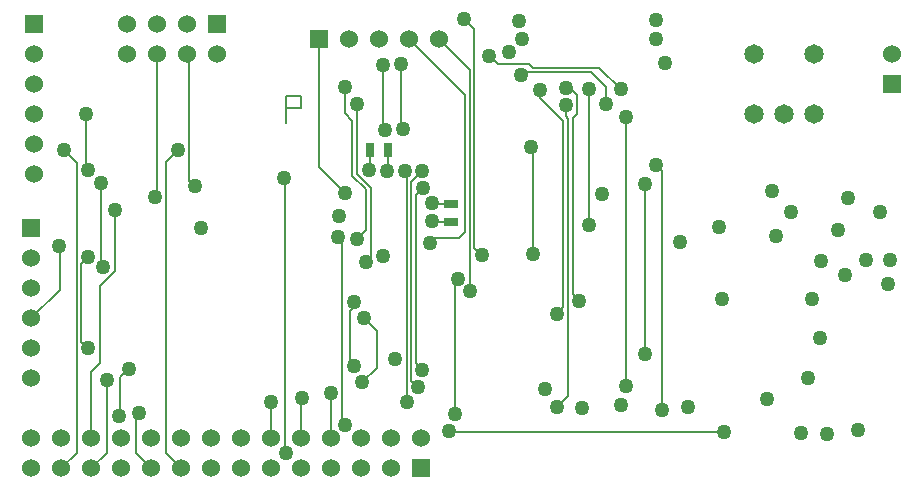
<source format=gbl>
G04 (created by PCBNEW-RS274X (2012-01-19 BZR 3256)-stable) date 4/11/2013 5:03:56 PM*
G01*
G70*
G90*
%MOIN*%
G04 Gerber Fmt 3.4, Leading zero omitted, Abs format*
%FSLAX34Y34*%
G04 APERTURE LIST*
%ADD10C,0.006000*%
%ADD11R,0.025000X0.045000*%
%ADD12R,0.045000X0.025000*%
%ADD13C,0.065000*%
%ADD14R,0.060000X0.060000*%
%ADD15C,0.060000*%
%ADD16C,0.050000*%
%ADD17C,0.007000*%
G04 APERTURE END LIST*
G54D10*
G54D11*
X59700Y-45200D03*
X60300Y-45200D03*
G54D12*
X62400Y-47600D03*
X62400Y-47000D03*
G54D13*
X73500Y-44000D03*
X72500Y-42000D03*
X74500Y-42000D03*
X72500Y-44000D03*
X74500Y-44000D03*
G54D14*
X58000Y-41500D03*
G54D15*
X59000Y-41500D03*
X60000Y-41500D03*
X61000Y-41500D03*
X62000Y-41500D03*
G54D14*
X54600Y-41000D03*
G54D15*
X54600Y-42000D03*
X53600Y-41000D03*
X53600Y-42000D03*
X52600Y-41000D03*
X52600Y-42000D03*
X51600Y-41000D03*
X51600Y-42000D03*
G54D14*
X77100Y-43000D03*
G54D15*
X77100Y-42000D03*
G54D14*
X48500Y-41000D03*
G54D15*
X48500Y-42000D03*
X48500Y-43000D03*
X48500Y-44000D03*
X48500Y-45000D03*
X48500Y-46000D03*
G54D14*
X48400Y-47800D03*
G54D15*
X48400Y-48800D03*
X48400Y-49800D03*
X48400Y-50800D03*
X48400Y-51800D03*
X48400Y-52800D03*
G54D14*
X61400Y-55800D03*
G54D15*
X61400Y-54800D03*
X60400Y-55800D03*
X60400Y-54800D03*
X59400Y-55800D03*
X59400Y-54800D03*
X58400Y-55800D03*
X58400Y-54800D03*
X57400Y-55800D03*
X57400Y-54800D03*
X56400Y-55800D03*
X56400Y-54800D03*
X55400Y-55800D03*
X55400Y-54800D03*
X54400Y-55800D03*
X54400Y-54800D03*
X53400Y-55800D03*
X53400Y-54800D03*
X52400Y-55800D03*
X52400Y-54800D03*
X51400Y-55800D03*
X51400Y-54800D03*
X50400Y-55800D03*
X50400Y-54800D03*
X49400Y-55800D03*
X49400Y-54800D03*
X48400Y-55800D03*
X48400Y-54800D03*
G54D16*
X51200Y-47200D03*
X60200Y-44520D03*
X60120Y-42340D03*
X60800Y-44500D03*
X60720Y-42320D03*
X49500Y-45200D03*
X59500Y-50800D03*
X50940Y-52860D03*
X59440Y-52920D03*
X58880Y-54340D03*
X58640Y-48080D03*
X59280Y-48140D03*
X68060Y-43160D03*
X63660Y-42040D03*
X58860Y-43080D03*
X67560Y-43640D03*
X59260Y-43640D03*
X59580Y-48920D03*
X64720Y-42700D03*
X65920Y-50640D03*
X65380Y-43180D03*
X66220Y-43120D03*
X66680Y-50220D03*
X67000Y-43140D03*
X67000Y-47700D03*
X59160Y-52380D03*
X51660Y-52480D03*
X51320Y-54040D03*
X59160Y-50260D03*
X60920Y-53580D03*
X56400Y-53580D03*
X60860Y-45900D03*
X61440Y-45880D03*
X57440Y-53440D03*
X61300Y-53100D03*
X61460Y-46460D03*
X58400Y-53280D03*
X61440Y-52520D03*
X50740Y-46300D03*
X50800Y-49080D03*
X50300Y-45860D03*
X50240Y-44000D03*
X49320Y-48380D03*
X50300Y-51800D03*
X50300Y-48760D03*
X52000Y-53960D03*
X62620Y-49480D03*
X62520Y-53980D03*
X53300Y-45200D03*
X74750Y-48900D03*
X74080Y-54620D03*
X60140Y-48720D03*
X75300Y-47850D03*
X75960Y-54520D03*
X74700Y-51440D03*
X76250Y-48850D03*
X70050Y-48250D03*
X75650Y-46800D03*
X77050Y-48850D03*
X67420Y-46660D03*
X76700Y-47250D03*
X66780Y-53800D03*
X70300Y-53740D03*
X58660Y-47400D03*
X74450Y-50150D03*
X54060Y-47800D03*
X60260Y-45880D03*
X61760Y-46960D03*
X58880Y-46620D03*
X68240Y-53040D03*
X68240Y-44080D03*
X61700Y-48300D03*
X63040Y-49880D03*
X62340Y-54560D03*
X56840Y-46120D03*
X71500Y-54580D03*
X56900Y-55300D03*
X68860Y-51980D03*
X68880Y-46320D03*
X62840Y-40820D03*
X63420Y-48700D03*
X52520Y-46740D03*
X65080Y-45080D03*
X65120Y-48640D03*
X65940Y-53760D03*
X66220Y-43700D03*
X53860Y-46400D03*
X69420Y-53840D03*
X69220Y-45680D03*
X64780Y-41500D03*
X76980Y-49640D03*
X73750Y-47250D03*
X69540Y-42280D03*
X69240Y-40840D03*
X64680Y-40880D03*
X69240Y-41500D03*
X60520Y-52160D03*
X61760Y-47560D03*
X73100Y-46550D03*
X74940Y-54640D03*
X68080Y-53700D03*
X73250Y-48050D03*
X74300Y-52800D03*
X65540Y-53140D03*
X59660Y-45860D03*
X75540Y-49360D03*
X64320Y-41920D03*
X71350Y-47750D03*
X71450Y-50150D03*
X72940Y-53500D03*
G54D17*
X57400Y-43400D02*
X57400Y-43800D01*
X56900Y-43400D02*
X56900Y-43800D01*
X57400Y-43800D02*
X56900Y-43800D01*
X56900Y-43400D02*
X57400Y-43400D01*
X56900Y-44300D02*
X56900Y-43800D01*
X51200Y-47200D02*
X51200Y-49220D01*
X51200Y-49220D02*
X50700Y-49720D01*
X50700Y-49720D02*
X50700Y-52280D01*
X50700Y-52280D02*
X50400Y-52580D01*
X50400Y-52580D02*
X50400Y-54800D01*
X60120Y-44440D02*
X60120Y-42340D01*
X60200Y-44520D02*
X60120Y-44440D01*
X60720Y-44420D02*
X60720Y-42320D01*
X60800Y-44500D02*
X60720Y-44420D01*
X49920Y-45620D02*
X49920Y-55280D01*
X49500Y-45200D02*
X49920Y-45620D01*
X49920Y-55280D02*
X49400Y-55800D01*
X50940Y-52860D02*
X50920Y-52880D01*
X59920Y-51220D02*
X59920Y-52440D01*
X59920Y-52440D02*
X59440Y-52920D01*
X50400Y-55800D02*
X50920Y-55280D01*
X59500Y-50800D02*
X59920Y-51220D01*
X50920Y-52880D02*
X50920Y-55280D01*
X58780Y-48220D02*
X58780Y-54240D01*
X58640Y-48080D02*
X58780Y-48220D01*
X58780Y-54240D02*
X58880Y-54340D01*
X59280Y-48140D02*
X59568Y-47852D01*
X59568Y-46502D02*
X59108Y-46042D01*
X63960Y-42320D02*
X65000Y-42320D01*
X67348Y-42448D02*
X68060Y-43160D01*
X65128Y-42448D02*
X65660Y-42448D01*
X65660Y-42448D02*
X67348Y-42448D01*
X63660Y-42040D02*
X63680Y-42040D01*
X59108Y-44208D02*
X58860Y-43960D01*
X65000Y-42320D02*
X65128Y-42448D01*
X59108Y-46042D02*
X59108Y-44208D01*
X58860Y-43960D02*
X58860Y-43080D01*
X59568Y-47852D02*
X59568Y-46502D01*
X63680Y-42040D02*
X63960Y-42320D01*
X59580Y-48920D02*
X59720Y-48780D01*
X59260Y-45980D02*
X59260Y-43640D01*
X59720Y-48780D02*
X59720Y-46440D01*
X67560Y-43100D02*
X67560Y-43640D01*
X64720Y-42700D02*
X64820Y-42600D01*
X59720Y-46440D02*
X59260Y-45980D01*
X64820Y-42600D02*
X67060Y-42600D01*
X67060Y-42600D02*
X67560Y-43100D01*
X65380Y-43460D02*
X65380Y-43180D01*
X66148Y-50412D02*
X66148Y-44228D01*
X65920Y-50640D02*
X66148Y-50412D01*
X66148Y-44228D02*
X65380Y-43460D01*
X66600Y-43980D02*
X66600Y-43340D01*
X66380Y-43120D02*
X66220Y-43120D01*
X66452Y-44128D02*
X66600Y-43980D01*
X66680Y-50220D02*
X66452Y-49992D01*
X66600Y-43340D02*
X66380Y-43120D01*
X66452Y-49992D02*
X66452Y-44128D01*
X67000Y-47700D02*
X67000Y-43140D01*
X59040Y-50540D02*
X59040Y-52260D01*
X59040Y-52260D02*
X59160Y-52380D01*
X59160Y-50260D02*
X59160Y-50420D01*
X59160Y-50420D02*
X59040Y-50540D01*
X51660Y-52480D02*
X51380Y-52760D01*
X51380Y-52760D02*
X51380Y-53980D01*
X51380Y-53980D02*
X51320Y-54040D01*
X60920Y-45960D02*
X60920Y-53580D01*
X60860Y-45900D02*
X60920Y-45960D01*
X56400Y-53580D02*
X56400Y-54800D01*
X61440Y-45880D02*
X61072Y-46248D01*
X61072Y-46248D02*
X61072Y-52872D01*
X57440Y-53440D02*
X57400Y-53480D01*
X57400Y-53480D02*
X57400Y-54800D01*
X61072Y-52872D02*
X61300Y-53100D01*
X61224Y-46696D02*
X61224Y-52304D01*
X61224Y-52304D02*
X61440Y-52520D01*
X61460Y-46460D02*
X61224Y-46696D01*
X58400Y-53280D02*
X58400Y-54800D01*
X50740Y-49020D02*
X50740Y-46300D01*
X50800Y-49080D02*
X50740Y-49020D01*
X50240Y-45800D02*
X50240Y-44000D01*
X50300Y-45860D02*
X50240Y-45800D01*
X49360Y-48420D02*
X49360Y-49840D01*
X49320Y-48380D02*
X49360Y-48420D01*
X49360Y-49840D02*
X48400Y-50800D01*
X50072Y-48988D02*
X50072Y-51572D01*
X50300Y-48760D02*
X50072Y-48988D01*
X50072Y-51572D02*
X50300Y-51800D01*
X62620Y-49480D02*
X62520Y-49580D01*
X62520Y-49580D02*
X62520Y-53980D01*
X51900Y-54060D02*
X51900Y-55300D01*
X52000Y-53960D02*
X51900Y-54060D01*
X51900Y-55300D02*
X52400Y-55800D01*
X52900Y-55300D02*
X53400Y-55800D01*
X52900Y-45600D02*
X52900Y-55300D01*
X53300Y-45200D02*
X52900Y-45600D01*
X60300Y-45200D02*
X60300Y-45840D01*
X62400Y-47000D02*
X61800Y-47000D01*
X61800Y-47000D02*
X61760Y-46960D01*
X60300Y-45840D02*
X60260Y-45880D01*
X58880Y-46620D02*
X58000Y-45740D01*
X58000Y-45740D02*
X58000Y-41500D01*
X68240Y-44080D02*
X68240Y-53040D01*
X61700Y-48300D02*
X61880Y-48120D01*
X62868Y-47920D02*
X62868Y-43368D01*
X61880Y-48120D02*
X62668Y-48120D01*
X62668Y-48120D02*
X62868Y-47920D01*
X62868Y-43368D02*
X61000Y-41500D01*
X63020Y-42520D02*
X62000Y-41500D01*
X63020Y-49860D02*
X63020Y-42520D01*
X63040Y-49880D02*
X63020Y-49860D01*
X62340Y-54560D02*
X62360Y-54580D01*
X56880Y-55280D02*
X56900Y-55300D01*
X62360Y-54580D02*
X71500Y-54580D01*
X56880Y-46160D02*
X56880Y-55280D01*
X56840Y-46120D02*
X56880Y-46160D01*
X68880Y-46320D02*
X68860Y-46340D01*
X68860Y-46340D02*
X68860Y-51980D01*
X63172Y-41152D02*
X62840Y-40820D01*
X63420Y-48700D02*
X63172Y-48452D01*
X63172Y-48452D02*
X63172Y-41152D01*
X52600Y-46660D02*
X52600Y-42000D01*
X52520Y-46740D02*
X52600Y-46660D01*
X65120Y-45120D02*
X65120Y-48640D01*
X65080Y-45080D02*
X65120Y-45120D01*
X66300Y-53400D02*
X65940Y-53760D01*
X66220Y-44060D02*
X66300Y-44140D01*
X66300Y-44140D02*
X66300Y-53400D01*
X66220Y-43700D02*
X66220Y-44060D01*
X53680Y-46220D02*
X53680Y-42080D01*
X53860Y-46400D02*
X53680Y-46220D01*
X53680Y-42080D02*
X53600Y-42000D01*
X69220Y-45680D02*
X69420Y-45880D01*
X69420Y-45880D02*
X69420Y-53840D01*
X59700Y-45200D02*
X59700Y-45820D01*
X61800Y-47600D02*
X61760Y-47560D01*
X59700Y-45820D02*
X59660Y-45860D01*
X62400Y-47600D02*
X61800Y-47600D01*
M02*

</source>
